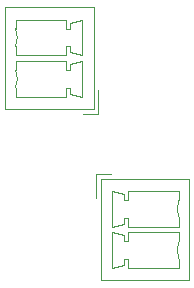
<source format=gbr>
%TF.GenerationSoftware,KiCad,Pcbnew,5.1.10*%
%TF.CreationDate,2021-07-04T18:04:24+02:00*%
%TF.ProjectId,test_10,74657374-5f31-4302-9e6b-696361645f70,0.1*%
%TF.SameCoordinates,Original*%
%TF.FileFunction,Legend,Bot*%
%TF.FilePolarity,Positive*%
%FSLAX46Y46*%
G04 Gerber Fmt 4.6, Leading zero omitted, Abs format (unit mm)*
G04 Created by KiCad (PCBNEW 5.1.10) date 2021-07-04 18:04:24*
%MOMM*%
%LPD*%
G01*
G04 APERTURE LIST*
%ADD10C,0.120000*%
G04 APERTURE END LIST*
D10*
%TO.C,J2*%
X364100000Y-254650000D02*
X364100000Y-252650000D01*
X362850000Y-254650000D02*
X364100000Y-254650000D01*
X357100000Y-246700000D02*
X357100000Y-247450000D01*
X361400000Y-246700000D02*
X357100000Y-246700000D01*
X361400000Y-247450000D02*
X361400000Y-246700000D01*
X361750000Y-247450000D02*
X361400000Y-247450000D01*
X361750000Y-246950000D02*
X361750000Y-247450000D01*
X362750000Y-246700000D02*
X361750000Y-246950000D01*
X362750000Y-249700000D02*
X362750000Y-246700000D01*
X361750000Y-249450000D02*
X362750000Y-249700000D01*
X361750000Y-248950000D02*
X361750000Y-249450000D01*
X361400000Y-248950000D02*
X361750000Y-248950000D01*
X361400000Y-249700000D02*
X361400000Y-248950000D01*
X357100000Y-249700000D02*
X361400000Y-249700000D01*
X357100000Y-248950000D02*
X357100000Y-249700000D01*
X357100000Y-250200000D02*
X357100000Y-250950000D01*
X361400000Y-250200000D02*
X357100000Y-250200000D01*
X361400000Y-250950000D02*
X361400000Y-250200000D01*
X361750000Y-250950000D02*
X361400000Y-250950000D01*
X361750000Y-250450000D02*
X361750000Y-250950000D01*
X362750000Y-250200000D02*
X361750000Y-250450000D01*
X362750000Y-253200000D02*
X362750000Y-250200000D01*
X361750000Y-252950000D02*
X362750000Y-253200000D01*
X361750000Y-252450000D02*
X361750000Y-252950000D01*
X361400000Y-252450000D02*
X361750000Y-252450000D01*
X361400000Y-253200000D02*
X361400000Y-252450000D01*
X357100000Y-253200000D02*
X361400000Y-253200000D01*
X357100000Y-252450000D02*
X357100000Y-253200000D01*
X363710000Y-245640000D02*
X363710000Y-254260000D01*
X356240000Y-245640000D02*
X363710000Y-245640000D01*
X356240000Y-254260000D02*
X356240000Y-245640000D01*
X363710000Y-254260000D02*
X356240000Y-254260000D01*
X357100155Y-247450353D02*
G75*
G02*
X357100000Y-248950000I-1700155J-749647D01*
G01*
X357100155Y-250950353D02*
G75*
G02*
X357100000Y-252450000I-1700155J-749647D01*
G01*
%TO.C,J1*%
X363950000Y-259750000D02*
X363950000Y-261750000D01*
X365200000Y-259750000D02*
X363950000Y-259750000D01*
X370950000Y-267700000D02*
X370950000Y-266950000D01*
X366650000Y-267700000D02*
X370950000Y-267700000D01*
X366650000Y-266950000D02*
X366650000Y-267700000D01*
X366300000Y-266950000D02*
X366650000Y-266950000D01*
X366300000Y-267450000D02*
X366300000Y-266950000D01*
X365300000Y-267700000D02*
X366300000Y-267450000D01*
X365300000Y-264700000D02*
X365300000Y-267700000D01*
X366300000Y-264950000D02*
X365300000Y-264700000D01*
X366300000Y-265450000D02*
X366300000Y-264950000D01*
X366650000Y-265450000D02*
X366300000Y-265450000D01*
X366650000Y-264700000D02*
X366650000Y-265450000D01*
X370950000Y-264700000D02*
X366650000Y-264700000D01*
X370950000Y-265450000D02*
X370950000Y-264700000D01*
X370950000Y-264200000D02*
X370950000Y-263450000D01*
X366650000Y-264200000D02*
X370950000Y-264200000D01*
X366650000Y-263450000D02*
X366650000Y-264200000D01*
X366300000Y-263450000D02*
X366650000Y-263450000D01*
X366300000Y-263950000D02*
X366300000Y-263450000D01*
X365300000Y-264200000D02*
X366300000Y-263950000D01*
X365300000Y-261200000D02*
X365300000Y-264200000D01*
X366300000Y-261450000D02*
X365300000Y-261200000D01*
X366300000Y-261950000D02*
X366300000Y-261450000D01*
X366650000Y-261950000D02*
X366300000Y-261950000D01*
X366650000Y-261200000D02*
X366650000Y-261950000D01*
X370950000Y-261200000D02*
X366650000Y-261200000D01*
X370950000Y-261950000D02*
X370950000Y-261200000D01*
X364340000Y-268760000D02*
X364340000Y-260140000D01*
X371810000Y-268760000D02*
X364340000Y-268760000D01*
X371810000Y-260140000D02*
X371810000Y-268760000D01*
X364340000Y-260140000D02*
X371810000Y-260140000D01*
X370949845Y-266949647D02*
G75*
G02*
X370950000Y-265450000I1700155J749647D01*
G01*
X370949845Y-263449647D02*
G75*
G02*
X370950000Y-261950000I1700155J749647D01*
G01*
%TD*%
M02*

</source>
